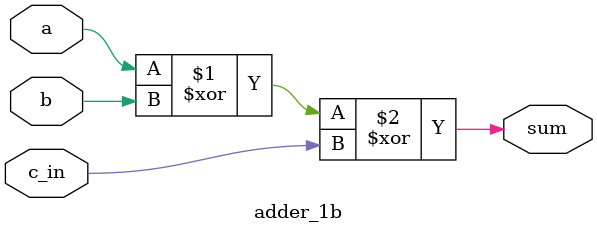
<source format=v>
`timescale 1 ns / 1 ns

module adder_1b(a, b, c_in, sum);
    input a, b, c_in;
    output sum;
    
    assign sum = a ^ b ^ c_in;

endmodule
</source>
